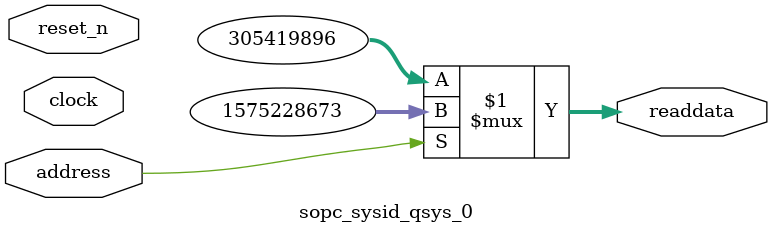
<source format=v>



// synthesis translate_off
`timescale 1ns / 1ps
// synthesis translate_on

// turn off superfluous verilog processor warnings 
// altera message_level Level1 
// altera message_off 10034 10035 10036 10037 10230 10240 10030 

module sopc_sysid_qsys_0 (
               // inputs:
                address,
                clock,
                reset_n,

               // outputs:
                readdata
             )
;

  output  [ 31: 0] readdata;
  input            address;
  input            clock;
  input            reset_n;

  wire    [ 31: 0] readdata;
  //control_slave, which is an e_avalon_slave
  assign readdata = address ? 1575228673 : 305419896;

endmodule



</source>
